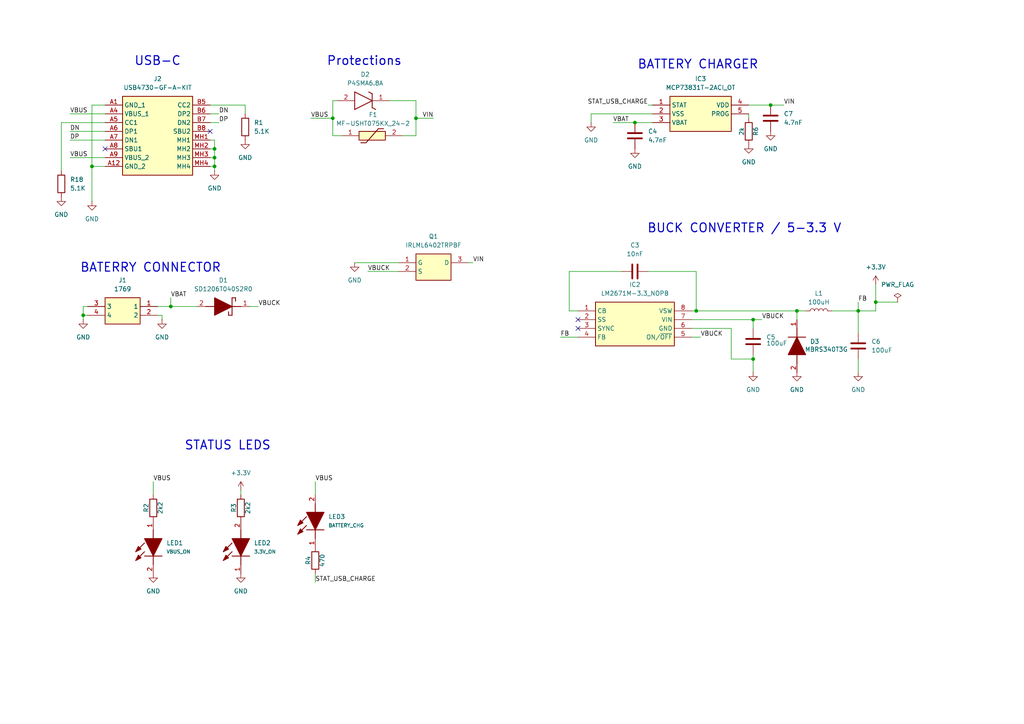
<source format=kicad_sch>
(kicad_sch (version 20250114) (generator "eeschema") (generator_version "9.0")
  (paper "A4")
  (lib_symbols
    (symbol "150060WS75000:150060WS75000" (pin_names (hide yes))
      (property "Reference" "LED" (at 12.7 8.89 0))
      (property "Value" "150060WS75000" (at 12.7 6.35 0))
      (symbol "150060WS75000_1_1"
        (polyline (pts (xy 2.54 0) (xy 5.08 0)) (stroke (width 0.254)))
        (polyline (pts (xy 5.08 2.54) (xy 5.08 -2.54)) (stroke (width 0.254)))
        (polyline (pts (xy 5.08 0) (xy 10.16 2.54) (xy 10.16 -2.54) (xy 5.08 0)) (stroke (width 0.254)) (fill (type outline)))
        (polyline (pts (xy 5.334 4.318) (xy 4.572 3.556) (xy 3.81 5.08) (xy 5.334 4.318)) (stroke (width 0.254)) (fill (type outline)))
        (polyline (pts (xy 6.35 2.54) (xy 3.81 5.08)) (stroke (width 0.254)))
        (polyline (pts (xy 7.874 4.318) (xy 7.112 3.556) (xy 6.35 5.08) (xy 7.874 4.318)) (stroke (width 0.254)) (fill (type outline)))
        (polyline (pts (xy 8.89 2.54) (xy 6.35 5.08)) (stroke (width 0.254)))
        (polyline (pts (xy 10.16 0) (xy 12.7 0)) (stroke (width 0.254)))
        (pin passive line (at 0 0 0) (length 2.54) (name "K") (number "2"))
        (pin passive line (at 15.24 0 180) (length 2.54) (name "A") (number "1"))
      )
    )
    (symbol "1769:1769"
      (property "Reference" "J" (at 16.51 7.62 0))
      (property "Value" "1769" (at 16.51 5.08 0))
      (symbol "1769_1_1"
        (rectangle (start 5.08 2.54) (end 15.24 -5.08) (stroke (width 0.254)) (fill (type background)))
        (pin passive line (at 0 0 0) (length 5.08) (name "3") (number "3"))
        (pin passive line (at 0 -2.54 0) (length 5.08) (name "4") (number "4"))
        (pin passive line (at 20.32 0 180) (length 5.08) (name "1") (number "1"))
        (pin passive line (at 20.32 -2.54 180) (length 5.08) (name "2") (number "2"))
      )
    )
    (symbol "598-8D81-127F:598-8D81-127F" (pin_names (hide yes))
      (property "Reference" "LED" (at 12.7 8.89 0))
      (property "Value" "598-8D81-127F" (at 12.7 6.35 0))
      (symbol "598-8D81-127F_1_1"
        (polyline (pts (xy 2.54 0) (xy 5.08 0)) (stroke (width 0.254)))
        (polyline (pts (xy 5.08 2.54) (xy 5.08 -2.54)) (stroke (width 0.254)))
        (polyline (pts (xy 5.08 0) (xy 10.16 2.54) (xy 10.16 -2.54) (xy 5.08 0)) (stroke (width 0.254)) (fill (type outline)))
        (polyline (pts (xy 5.334 4.318) (xy 4.572 3.556) (xy 3.81 5.08) (xy 5.334 4.318)) (stroke (width 0.254)) (fill (type outline)))
        (polyline (pts (xy 6.35 2.54) (xy 3.81 5.08)) (stroke (width 0.254)))
        (polyline (pts (xy 7.874 4.318) (xy 7.112 3.556) (xy 6.35 5.08) (xy 7.874 4.318)) (stroke (width 0.254)) (fill (type outline)))
        (polyline (pts (xy 8.89 2.54) (xy 6.35 5.08)) (stroke (width 0.254)))
        (polyline (pts (xy 10.16 0) (xy 12.7 0)) (stroke (width 0.254)))
        (pin passive line (at 0 0 0) (length 2.54) (name "K") (number "1"))
        (pin passive line (at 15.24 0 180) (length 2.54) (name "A") (number "2"))
      )
    )
    (symbol "Device:C" (pin_numbers (hide yes)) (pin_names (offset 0.254))
      (property "Reference" "C" (at 0.635 2.54 0))
      (property "Value" "C" (at 0.635 -2.54 0))
      (symbol "C_0_1"
        (polyline (pts (xy -2.032 0.762) (xy 2.032 0.762)) (stroke (width 0.508)))
        (polyline (pts (xy -2.032 -0.762) (xy 2.032 -0.762)) (stroke (width 0.508)))
      )
      (symbol "C_1_1"
        (pin passive line (at 0 3.81 270) (length 2.794) (name "~") (number "1"))
        (pin passive line (at 0 -3.81 90) (length 2.794) (name "~") (number "2"))
      )
    )
    (symbol "Device:L" (pin_numbers (hide yes)) (pin_names (offset 1.016) (hide yes))
      (property "Reference" "L" (at -1.27 0 90))
      (property "Value" "L" (at 1.905 0 90))
      (symbol "L_0_1"
        (arc (start 0 2.54) (mid 0.6323 1.905) (end 0 1.27))
        (arc (start 0 1.27) (mid 0.6323 0.635) (end 0 0))
        (arc (start 0 0) (mid 0.6323 -0.635) (end 0 -1.27))
        (arc (start 0 -1.27) (mid 0.6323 -1.905) (end 0 -2.54))
      )
      (symbol "L_1_1"
        (pin passive line (at 0 3.81 270) (length 1.27) (name "1") (number "1"))
        (pin passive line (at 0 -3.81 90) (length 1.27) (name "2") (number "2"))
      )
    )
    (symbol "Device:R" (pin_numbers (hide yes)) (pin_names (offset 0))
      (property "Reference" "R" (at 2.032 0 90))
      (property "Value" "R" (at 0 0 90))
      (symbol "R_0_1"
        (rectangle (start -1.016 -2.54) (end 1.016 2.54) (stroke (width 0.254)))
      )
      (symbol "R_1_1"
        (pin passive line (at 0 3.81 270) (length 1.27) (name "~") (number "1"))
        (pin passive line (at 0 -3.81 90) (length 1.27) (name "~") (number "2"))
      )
    )
    (symbol "IRLML6402TRPBF:IRLML6402TRPBF"
      (property "Reference" "Q" (at 16.51 7.62 0))
      (property "Value" "IRLML6402TRPBF" (at 16.51 5.08 0))
      (symbol "IRLML6402TRPBF_1_1"
        (rectangle (start 5.08 2.54) (end 15.24 -5.08) (stroke (width 0.254)) (fill (type background)))
        (pin passive line (at 0 0 0) (length 5.08) (name "G") (number "1"))
        (pin passive line (at 0 -2.54 0) (length 5.08) (name "S") (number "2"))
        (pin passive line (at 20.32 0 180) (length 5.08) (name "D") (number "3"))
      )
    )
    (symbol "LM2671M-3_3_NOPB:LM2671M-3.3_NOPB"
      (property "Reference" "IC" (at 29.21 7.62 0))
      (property "Value" "LM2671M-3.3_NOPB" (at 29.21 5.08 0))
      (symbol "LM2671M-3.3_NOPB_1_1"
        (rectangle (start 5.08 2.54) (end 27.94 -10.16) (stroke (width 0.254)) (fill (type background)))
        (pin passive line (at 0 0 0) (length 5.08) (name "CB") (number "1"))
        (pin passive line (at 0 -2.54 0) (length 5.08) (name "SS") (number "2"))
        (pin passive line (at 0 -5.08 0) (length 5.08) (name "SYNC") (number "3"))
        (pin passive line (at 0 -7.62 0) (length 5.08) (name "FB") (number "4"))
        (pin passive line (at 33.02 0 180) (length 5.08) (name "VSW") (number "8"))
        (pin passive line (at 33.02 -2.54 180) (length 5.08) (name "VIN") (number "7"))
        (pin passive line (at 33.02 -5.08 180) (length 5.08) (name "GND") (number "6"))
        (pin passive line (at 33.02 -7.62 180) (length 5.08) (name "ON/~{OFF}") (number "5"))
      )
    )
    (symbol "MBRS340T3G:MBRS340T3G" (pin_names (hide yes))
      (property "Reference" "D" (at 11.43 5.08 0))
      (property "Value" "MBRS340T3G" (at 11.43 2.54 0))
      (symbol "MBRS340T3G_1_1"
        (polyline (pts (xy 2.54 0) (xy 5.08 0)) (stroke (width 0.254)))
        (polyline (pts (xy 5.08 2.54) (xy 5.08 -2.54)) (stroke (width 0.254)))
        (polyline (pts (xy 5.08 0) (xy 10.16 2.54) (xy 10.16 -2.54) (xy 5.08 0)) (stroke (width 0.254)) (fill (type outline)))
        (polyline (pts (xy 10.16 0) (xy 12.7 0)) (stroke (width 0.254)))
        (pin passive line (at 0 0 0) (length 2.54) (name "K") (number "1"))
        (pin passive line (at 15.24 0 180) (length 2.54) (name "A") (number "2"))
      )
    )
    (symbol "MCP73831T-2ACI_OT:MCP73831T-2ACI_OT"
      (property "Reference" "IC" (at 24.13 7.62 0))
      (property "Value" "MCP73831T-2ACI_OT" (at 24.13 5.08 0))
      (symbol "MCP73831T-2ACI_OT_1_1"
        (rectangle (start 5.08 2.54) (end 22.86 -7.62) (stroke (width 0.254)) (fill (type background)))
        (pin passive line (at 0 0 0) (length 5.08) (name "STAT") (number "1"))
        (pin passive line (at 0 -2.54 0) (length 5.08) (name "VSS") (number "2"))
        (pin passive line (at 0 -5.08 0) (length 5.08) (name "VBAT") (number "3"))
        (pin passive line (at 27.94 0 180) (length 5.08) (name "VDD") (number "4"))
        (pin passive line (at 27.94 -2.54 180) (length 5.08) (name "PROG") (number "5"))
      )
    )
    (symbol "MF-USHT075KX_24-2:MF-USHT075KX_24-2" (pin_names (hide yes))
      (property "Reference" "F" (at 13.97 6.35 0))
      (property "Value" "MF-USHT075KX_24-2" (at 13.97 3.81 0))
      (symbol "MF-USHT075KX_24-2_1_1"
        (rectangle (start 5.08 1.27) (end 12.7 -1.27) (stroke (width 0.254)) (fill (type background)))
        (polyline (pts (xy 5.588 -2.032) (xy 7.112 -2.032)) (stroke (width 0.254)))
        (polyline (pts (xy 10.668 2.032) (xy 7.112 -2.032)) (stroke (width 0.254)))
        (polyline (pts (xy 10.668 2.032) (xy 12.192 2.032)) (stroke (width 0.254)))
        (pin passive line (at 0 0 0) (length 5.08) (name "1") (number "1"))
        (pin passive line (at 17.78 0 180) (length 5.08) (name "2") (number "2"))
      )
    )
    (symbol "P4SMA6_8A:P4SMA6.8A" (pin_names (hide yes))
      (property "Reference" "D" (at 10.16 8.89 0))
      (property "Value" "P4SMA6.8A" (at 10.16 6.35 0))
      (symbol "P4SMA6.8A_1_1"
        (polyline (pts (xy 4.064 2.54) (xy 5.08 2.032)) (stroke (width 0.254)))
        (polyline (pts (xy 5.08 0) (xy 10.16 2.54)) (stroke (width 0.254)))
        (polyline (pts (xy 5.08 -2.032) (xy 5.08 2.032)) (stroke (width 0.254)))
        (polyline (pts (xy 5.08 -2.032) (xy 6.096 -2.54)) (stroke (width 0.254)))
        (polyline (pts (xy 10.16 -2.54) (xy 5.08 0)) (stroke (width 0.254)))
        (polyline (pts (xy 10.16 -2.54) (xy 10.16 2.54)) (stroke (width 0.254)))
        (pin passive line (at 0 0 0) (length 5.08) (name "K") (number "1"))
        (pin passive line (at 15.24 0 180) (length 5.08) (name "A") (number "2"))
      )
    )
    (symbol "SD1206T040S2R0:SD1206T040S2R0" (pin_names (hide yes))
      (property "Reference" "D" (at 12.7 8.89 0))
      (property "Value" "SD1206T040S2R0" (at 12.7 6.35 0))
      (symbol "SD1206T040S2R0_1_1"
        (polyline (pts (xy 5.08 0) (xy 7.62 0)) (stroke (width 0.254)))
        (polyline (pts (xy 6.604 -1.524) (xy 6.604 -2.54)) (stroke (width 0.254)))
        (polyline (pts (xy 7.62 2.54) (xy 7.62 -2.54)) (stroke (width 0.254)))
        (polyline (pts (xy 7.62 2.54) (xy 8.636 2.54)) (stroke (width 0.254)))
        (polyline (pts (xy 7.62 0) (xy 12.7 2.54) (xy 12.7 -2.54) (xy 7.62 0)) (stroke (width 0.254)) (fill (type outline)))
        (polyline (pts (xy 7.62 -2.54) (xy 6.604 -2.54)) (stroke (width 0.254)))
        (polyline (pts (xy 8.636 1.524) (xy 8.636 2.54)) (stroke (width 0.254)))
        (polyline (pts (xy 12.7 0) (xy 15.24 0)) (stroke (width 0.254)))
        (pin passive line (at 2.54 0 0) (length 2.54) (name "K") (number "1"))
        (pin passive line (at 17.78 0 180) (length 2.54) (name "A") (number "2"))
      )
    )
    (symbol "USB4730-GF-A-KIT:USB4730-GF-A-KIT"
      (property "Reference" "J" (at 26.67 7.62 0))
      (property "Value" "USB4730-GF-A-KIT" (at 26.67 5.08 0))
      (symbol "USB4730-GF-A-KIT_1_1"
        (rectangle (start 5.08 2.54) (end 25.4 -20.32) (stroke (width 0.254)) (fill (type background)))
        (pin passive line (at 0 0 0) (length 5.08) (name "GND_1") (number "A1"))
        (pin passive line (at 0 -2.54 0) (length 5.08) (name "VBUS_1") (number "A4"))
        (pin passive line (at 0 -5.08 0) (length 5.08) (name "CC1") (number "A5"))
        (pin passive line (at 0 -7.62 0) (length 5.08) (name "DP1") (number "A6"))
        (pin passive line (at 0 -10.16 0) (length 5.08) (name "DN1") (number "A7"))
        (pin passive line (at 0 -12.7 0) (length 5.08) (name "SBU1") (number "A8"))
        (pin passive line (at 0 -15.24 0) (length 5.08) (name "VBUS_2") (number "A9"))
        (pin passive line (at 0 -17.78 0) (length 5.08) (name "GND_2") (number "A12"))
        (pin passive line (at 30.48 0 180) (length 5.08) (name "CC2") (number "B5"))
        (pin passive line (at 30.48 -2.54 180) (length 5.08) (name "DP2") (number "B6"))
        (pin passive line (at 30.48 -5.08 180) (length 5.08) (name "DN2") (number "B7"))
        (pin passive line (at 30.48 -7.62 180) (length 5.08) (name "SBU2") (number "B8"))
        (pin passive line (at 30.48 -10.16 180) (length 5.08) (name "MH1") (number "MH1"))
        (pin passive line (at 30.48 -12.7 180) (length 5.08) (name "MH2") (number "MH2"))
        (pin passive line (at 30.48 -15.24 180) (length 5.08) (name "MH3") (number "MH3"))
        (pin passive line (at 30.48 -17.78 180) (length 5.08) (name "MH4") (number "MH4"))
      )
    )
    (symbol "power:+3.3V" (power) (pin_numbers (hide yes)) (pin_names (offset 0) (hide yes))
      (property "Value" "+3.3V" (at 0 3.556 0))
      (symbol "+3.3V_0_1"
        (polyline (pts (xy -0.762 1.27) (xy 0 2.54)))
        (polyline (pts (xy 0 2.54) (xy 0.762 1.27)))
        (polyline (pts (xy 0 0) (xy 0 2.54)))
      )
      (symbol "+3.3V_1_1"
        (pin power_in line (at 0 0 90) (length 0) (name "~") (number "1"))
      )
    )
    (symbol "power:GND" (power) (pin_numbers (hide yes)) (pin_names (offset 0) (hide yes))
      (property "Value" "GND" (at 0 -3.81 0))
      (symbol "GND_0_1"
        (polyline (pts (xy 0 0) (xy 0 -1.27) (xy 1.27 -1.27) (xy 0 -2.54) (xy -1.27 -1.27) (xy 0 -1.27)))
      )
      (symbol "GND_1_1"
        (pin power_in line (at 0 0 270) (length 0) (name "~") (number "1"))
      )
    )
    (symbol "power:PWR_FLAG" (power) (pin_numbers (hide yes)) (pin_names (offset 0) (hide yes))
      (property "Value" "PWR_FLAG" (at 0 3.81 0))
      (symbol "PWR_FLAG_0_0"
        (pin power_out line (at 0 0 90) (length 0) (name "~") (number "1"))
      )
      (symbol "PWR_FLAG_0_1"
        (polyline (pts (xy 0 0) (xy 0 1.27) (xy -1.016 1.905) (xy 0 2.54) (xy 1.016 1.905) (xy 0 1.27)))
      )
    )
  )
  (text "BATERRY CONNECTOR\n" (exclude_from_sim yes) (at 43.688 77.724 0) (effects (font (size 2.54 2.54) (thickness 0.3175))))
  (text "BUCK CONVERTER / 5-3.3 V" (exclude_from_sim yes) (at 215.9 66.294 0) (effects (font (size 2.54 2.54) (thickness 0.3175))))
  (text "BATTERY CHARGER\n" (exclude_from_sim yes) (at 202.438 18.796 0) (effects (font (size 2.54 2.54) (thickness 0.3175))))
  (text "STATUS LEDS\n" (exclude_from_sim yes) (at 66.04 129.286 0) (effects (font (size 2.54 2.54) (thickness 0.3175))))
  (text "Protections" (exclude_from_sim yes) (at 105.664 17.78 0) (effects (font (size 2.54 2.54) (thickness 0.3175))))
  (text "USB-C" (exclude_from_sim yes) (at 45.72 17.78 0) (effects (font (size 2.54 2.54) (thickness 0.3175))))
  (junction (at 231.14 90.17))
  (junction (at 49.53 88.9))
  (junction (at 223.52 30.48))
  (junction (at 254 87.63))
  (junction (at 201.93 90.17))
  (junction (at 62.23 43.18))
  (junction (at 96.52 34.29))
  (junction (at 218.44 104.14))
  (junction (at 120.65 34.29))
  (junction (at 218.44 92.71))
  (junction (at 24.13 91.44))
  (junction (at 62.23 48.26))
  (junction (at 26.67 48.26))
  (junction (at 248.92 90.17))
  (junction (at 62.23 45.72))
  (junction (at 184.15 35.56))
  (no_connect (at 30.48 43.18))
  (no_connect (at 167.64 92.71))
  (no_connect (at 167.64 95.25))
  (no_connect (at 60.96 38.1))
  (wire (pts (xy 60.96 48.26) (xy 62.23 48.26)))
  (wire (pts (xy 165.1 90.17) (xy 165.1 78.74)))
  (wire (pts (xy 120.65 29.21) (xy 120.65 34.29)))
  (wire (pts (xy 113.03 29.21) (xy 120.65 29.21)))
  (wire (pts (xy 120.65 34.29) (xy 120.65 39.37)))
  (wire (pts (xy 49.53 88.9) (xy 45.72 88.9)))
  (wire (pts (xy 62.23 43.18) (xy 62.23 40.64)))
  (wire (pts (xy 62.23 49.53) (xy 62.23 48.26)))
  (wire (pts (xy 184.15 35.56) (xy 189.23 35.56)))
  (wire (pts (xy 135.89 76.2) (xy 137.16 76.2)))
  (wire (pts (xy 102.87 76.2) (xy 115.57 76.2)))
  (wire (pts (xy 17.78 49.53) (xy 17.78 35.56)))
  (wire (pts (xy 200.66 90.17) (xy 201.93 90.17)))
  (wire (pts (xy 60.96 43.18) (xy 62.23 43.18)))
  (wire (pts (xy 96.52 34.29) (xy 96.52 29.21)))
  (wire (pts (xy 25.4 88.9) (xy 24.13 88.9)))
  (wire (pts (xy 62.23 45.72) (xy 62.23 43.18)))
  (wire (pts (xy 254 87.63) (xy 254 90.17)))
  (wire (pts (xy 167.64 90.17) (xy 165.1 90.17)))
  (wire (pts (xy 187.96 78.74) (xy 201.93 78.74)))
  (wire (pts (xy 71.12 30.48) (xy 71.12 33.02)))
  (wire (pts (xy 218.44 104.14) (xy 218.44 107.95)))
  (wire (pts (xy 187.96 30.48) (xy 189.23 30.48)))
  (wire (pts (xy 189.23 33.02) (xy 171.45 33.02)))
  (wire (pts (xy 17.78 35.56) (xy 30.48 35.56)))
  (wire (pts (xy 220.98 92.71) (xy 218.44 92.71)))
  (wire (pts (xy 62.23 40.64) (xy 60.96 40.64)))
  (wire (pts (xy 49.53 86.36) (xy 49.53 88.9)))
  (wire (pts (xy 46.99 92.71) (xy 46.99 91.44)))
  (wire (pts (xy 254 87.63) (xy 260.35 87.63)))
  (wire (pts (xy 60.96 30.48) (xy 71.12 30.48)))
  (wire (pts (xy 62.23 48.26) (xy 62.23 45.72)))
  (wire (pts (xy 212.09 95.25) (xy 200.66 95.25)))
  (wire (pts (xy 91.44 168.91) (xy 91.44 166.37)))
  (wire (pts (xy 165.1 78.74) (xy 180.34 78.74)))
  (wire (pts (xy 60.96 45.72) (xy 62.23 45.72)))
  (wire (pts (xy 248.92 90.17) (xy 248.92 96.52)))
  (wire (pts (xy 30.48 30.48) (xy 26.67 30.48)))
  (wire (pts (xy 26.67 30.48) (xy 26.67 48.26)))
  (wire (pts (xy 20.32 45.72) (xy 30.48 45.72)))
  (wire (pts (xy 63.5 33.02) (xy 60.96 33.02)))
  (wire (pts (xy 44.45 139.7) (xy 44.45 143.51)))
  (wire (pts (xy 177.8 35.56) (xy 184.15 35.56)))
  (wire (pts (xy 171.45 33.02) (xy 171.45 35.56)))
  (wire (pts (xy 24.13 88.9) (xy 24.13 91.44)))
  (wire (pts (xy 201.93 90.17) (xy 231.14 90.17)))
  (wire (pts (xy 201.93 78.74) (xy 201.93 90.17)))
  (wire (pts (xy 162.56 97.79) (xy 167.64 97.79)))
  (wire (pts (xy 57.15 88.9) (xy 49.53 88.9)))
  (wire (pts (xy 90.17 34.29) (xy 96.52 34.29)))
  (wire (pts (xy 254 82.55) (xy 254 87.63)))
  (wire (pts (xy 200.66 92.71) (xy 218.44 92.71)))
  (wire (pts (xy 96.52 29.21) (xy 97.79 29.21)))
  (wire (pts (xy 20.32 33.02) (xy 30.48 33.02)))
  (wire (pts (xy 69.85 142.24) (xy 69.85 143.51)))
  (wire (pts (xy 106.68 78.74) (xy 115.57 78.74)))
  (wire (pts (xy 63.5 35.56) (xy 60.96 35.56)))
  (wire (pts (xy 26.67 48.26) (xy 30.48 48.26)))
  (wire (pts (xy 96.52 39.37) (xy 99.06 39.37)))
  (wire (pts (xy 212.09 95.25) (xy 212.09 104.14)))
  (wire (pts (xy 24.13 91.44) (xy 25.4 91.44)))
  (wire (pts (xy 200.66 97.79) (xy 203.2 97.79)))
  (wire (pts (xy 218.44 102.87) (xy 218.44 104.14)))
  (wire (pts (xy 241.3 90.17) (xy 248.92 90.17)))
  (wire (pts (xy 218.44 104.14) (xy 212.09 104.14)))
  (wire (pts (xy 227.33 30.48) (xy 223.52 30.48)))
  (wire (pts (xy 24.13 91.44) (xy 24.13 92.71)))
  (wire (pts (xy 218.44 95.25) (xy 218.44 92.71)))
  (wire (pts (xy 91.44 139.7) (xy 91.44 143.51)))
  (wire (pts (xy 125.73 34.29) (xy 120.65 34.29)))
  (wire (pts (xy 20.32 38.1) (xy 30.48 38.1)))
  (wire (pts (xy 248.92 90.17) (xy 254 90.17)))
  (wire (pts (xy 231.14 90.17) (xy 233.68 90.17)))
  (wire (pts (xy 217.17 34.29) (xy 217.17 33.02)))
  (wire (pts (xy 248.92 87.63) (xy 248.92 90.17)))
  (wire (pts (xy 20.32 40.64) (xy 30.48 40.64)))
  (wire (pts (xy 217.17 30.48) (xy 223.52 30.48)))
  (wire (pts (xy 96.52 34.29) (xy 96.52 39.37)))
  (wire (pts (xy 26.67 58.42) (xy 26.67 48.26)))
  (wire (pts (xy 248.92 104.14) (xy 248.92 107.95)))
  (wire (pts (xy 231.14 90.17) (xy 231.14 92.71)))
  (wire (pts (xy 46.99 91.44) (xy 45.72 91.44)))
  (wire (pts (xy 74.93 88.9) (xy 72.39 88.9)))
  (wire (pts (xy 116.84 39.37) (xy 120.65 39.37)))
  (label "VBAT" (at 177.8 35.56 0))
  (label "VBUS" (at 91.44 139.7 0))
  (label "VBUCK" (at 106.68 78.74 0))
  (label "VBUS" (at 20.32 33.02 0))
  (label "STAT_USB_CHARGE" (at 187.96 30.48 180))
  (label "FB" (at 248.92 87.63 0))
  (label "STAT_USB_CHARGE" (at 91.44 168.91 0))
  (label "VIN" (at 137.16 76.2 0))
  (label "VBUS" (at 90.17 34.29 0))
  (label "VBUS" (at 44.45 139.7 0))
  (label "VBUCK" (at 220.98 92.71 0))
  (label "DN" (at 20.32 38.1 0))
  (label "VIN" (at 227.33 30.48 0))
  (label "DP" (at 20.32 40.64 0))
  (label "FB" (at 162.56 97.79 0))
  (label "VBUCK" (at 74.93 88.9 0))
  (label "VBUS" (at 20.32 45.72 0))
  (label "DP" (at 63.5 35.56 0))
  (label "VBAT" (at 49.53 86.36 0))
  (label "DN" (at 63.5 33.02 0))
  (label "VBUCK" (at 203.2 97.79 0))
  (label "VIN" (at 125.73 34.29 180))
  (symbol (lib_id "power:GND") (at 218.44 107.95 0) (unit 1)
    (property "Reference" "#PWR023" (effects (hide yes)))
    (property "Value" "GND" (at 218.44 113.03 0))
    (property "Description" "Power symbol creates a global label with name \"GND\" , ground" (effects (hide yes)))
  )
  (symbol (lib_id "power:+3.3V") (at 254 82.55 0) (unit 1)
    (property "Reference" "#PWR030" (effects (hide yes)))
    (property "Value" "+3.3V" (at 254 77.47 0))
    (property "Description" "Power symbol creates a global label with name \"+3.3V\"" (effects (hide yes)))
  )
  (symbol (lib_id "150060WS75000:150060WS75000") (at 44.45 166.37 90) (unit 1)
    (property "Reference" "LED1" (at 48.26 157.4799 90) (effects (justify right)))
    (property "Value" "VBUS_ON" (at 48.26 160.0199 90) (effects (font (size 1.016 1.016)) (justify right)))
    (property "Footprint" "150060WS75000:150060WS75000" (effects (hide yes)))
    (property "Datasheet" "https://www.we-online.com/components/products/datasheet/150060WS75000.pdf" (effects (hide yes)))
    (property "Description" "Standard LEDs - SMD WL-SMCW SMD Mono-color Chip LED Waterclear SMT 0603 White 250mcd 5mA 2.9V" (effects (hide yes)))
    (property "Height" "0.5" (effects (hide yes)))
    (property "Mouser Part Number" "710-150060WS75000" (effects (hide yes)))
    (property "Mouser Price/Stock" "https://www.mouser.co.uk/ProductDetail/Wurth-Elektronik/150060WS75000?qs=Vi0JKjFBtYnXocxArY0Wng%3D%3D" (effects (hide yes)))
    (property "Manufacturer_Name" "Wurth Elektronik" (effects (hide yes)))
    (property "Manufacturer_Part_Number" "150060WS75000" (effects (hide yes)))
  )
  (symbol (lib_id "power:GND") (at 223.52 38.1 0) (unit 1)
    (property "Reference" "#PWR029" (effects (hide yes)))
    (property "Value" "GND" (at 223.52 43.18 0))
    (property "Description" "Power symbol creates a global label with name \"GND\" , ground" (effects (hide yes)))
  )
  (symbol (lib_id "Device:C") (at 248.92 100.33 0) (unit 1)
    (property "Reference" "C6" (at 252.73 99.0599 0) (effects (justify left)))
    (property "Value" "100uF" (at 252.73 101.5999 0) (effects (justify left)))
    (property "Footprint" "C3216C0G2J102G085AA:CAPC3216X180N" (effects (hide yes)))
    (property "Description" "Unpolarized capacitor" (effects (hide yes)))
  )
  (symbol (lib_id "power:PWR_FLAG") (at 260.35 87.63 0) (unit 1)
    (property "Reference" "#FLG01" (effects (hide yes)))
    (property "Value" "PWR_FLAG" (at 260.35 82.55 0))
    (property "Description" "Special symbol for telling ERC where power comes from" (effects (hide yes)))
  )
  (symbol (lib_id "power:GND") (at 184.15 43.18 0) (unit 1)
    (property "Reference" "#PWR022" (effects (hide yes)))
    (property "Value" "GND" (at 184.15 48.26 0))
    (property "Description" "Power symbol creates a global label with name \"GND\" , ground" (effects (hide yes)))
  )
  (symbol (lib_id "power:GND") (at 71.12 40.64 0) (unit 1)
    (property "Reference" "#PWR09" (effects (hide yes)))
    (property "Value" "GND" (at 71.12 45.72 0))
    (property "Description" "Power symbol creates a global label with name \"GND\" , ground" (effects (hide yes)))
  )
  (symbol (lib_id "power:GND") (at 102.87 76.2 0) (unit 1)
    (property "Reference" "#PWR012" (effects (hide yes)))
    (property "Value" "GND" (at 102.87 81.28 0))
    (property "Description" "Power symbol creates a global label with name \"GND\" , ground" (effects (hide yes)))
  )
  (symbol (lib_id "Device:C") (at 184.15 39.37 0) (unit 1)
    (property "Reference" "C4" (at 187.96 38.0999 0) (effects (justify left)))
    (property "Value" "4.7nF" (at 187.96 40.6399 0) (effects (justify left)))
    (property "Footprint" "C3216C0G2J102G085AA:CAPC3216X180N" (effects (hide yes)))
    (property "Description" "Unpolarized capacitor" (effects (hide yes)))
  )
  (symbol (lib_id "power:GND") (at 46.99 92.71 0) (unit 1)
    (property "Reference" "#PWR08" (effects (hide yes)))
    (property "Value" "GND" (at 46.99 97.79 0))
    (property "Description" "Power symbol creates a global label with name \"GND\" , ground" (effects (hide yes)))
  )
  (symbol (lib_id "power:GND") (at 69.85 166.37 0) (unit 1)
    (property "Reference" "#PWR014" (effects (hide yes)))
    (property "Value" "GND" (at 69.85 171.45 0))
    (property "Description" "Power symbol creates a global label with name \"GND\" , ground" (effects (hide yes)))
  )
  (symbol (lib_id "Device:R") (at 91.44 162.56 180) (unit 1)
    (property "Reference" "R4" (at 89.408 162.56 90))
    (property "Value" "470" (at 93.472 162.56 90))
    (property "Footprint" "CRCW120625R5FKEAHP:RESC3116X65N" (effects (hide yes)))
    (property "Description" "Resistor" (effects (hide yes)))
  )
  (symbol (lib_id "IRLML6402TRPBF:IRLML6402TRPBF") (at 115.57 76.2 0) (unit 1)
    (property "Reference" "Q1" (at 125.73 68.58 0))
    (property "Value" "IRLML6402TRPBF" (at 125.73 71.12 0))
    (property "Footprint" "IRLML6402TRPBF:SOT95P237X112-3N" (effects (hide yes)))
    (property "Datasheet" "http://www.infineon.com/dgdl/irlml6402pbf.pdf?fileId=5546d462533600a401535668d5c2263c" (effects (hide yes)))
    (property "Description" "MOSFET MOSFT P-Ch -3.7A 65mOhm 8nC Log Lvl" (effects (hide yes)))
    (property "Height" "1.12" (effects (hide yes)))
    (property "Mouser Part Number" "942-IRLML6402TRPBF" (effects (hide yes)))
    (property "Mouser Price/Stock" "https://www.mouser.co.uk/ProductDetail/Infineon-Technologies/IRLML6402TRPBF?qs=9%252BKlkBgLFf0HuZuONx2Ewg%3D%3D" (effects (hide yes)))
    (property "Manufacturer_Name" "Infineon" (effects (hide yes)))
    (property "Manufacturer_Part_Number" "IRLML6402TRPBF" (effects (hide yes)))
  )
  (symbol (lib_id "Device:R") (at 71.12 36.83 0) (unit 1)
    (property "Reference" "R1" (at 73.66 35.5599 0) (effects (justify left)))
    (property "Value" "5.1K" (at 73.66 38.0999 0) (effects (justify left)))
    (property "Footprint" "CRCW120625R5FKEAHP:RESC3116X65N" (effects (hide yes)))
    (property "Description" "Resistor" (effects (hide yes)))
  )
  (symbol (lib_id "Device:R") (at 17.78 53.34 0) (unit 1)
    (property "Reference" "R18" (at 20.32 52.0699 0) (effects (justify left)))
    (property "Value" "5.1K" (at 20.32 54.6099 0) (effects (justify left)))
    (property "Footprint" "CRCW120625R5FKEAHP:RESC3116X65N" (effects (hide yes)))
    (property "Description" "Resistor" (effects (hide yes)))
  )
  (symbol (lib_id "power:GND") (at 44.45 166.37 0) (unit 1)
    (property "Reference" "#PWR011" (effects (hide yes)))
    (property "Value" "GND" (at 44.45 171.45 0))
    (property "Description" "Power symbol creates a global label with name \"GND\" , ground" (effects (hide yes)))
  )
  (symbol (lib_id "power:GND") (at 248.92 107.95 0) (unit 1)
    (property "Reference" "#PWR027" (effects (hide yes)))
    (property "Value" "GND" (at 248.92 113.03 0))
    (property "Description" "Power symbol creates a global label with name \"GND\" , ground" (effects (hide yes)))
  )
  (symbol (lib_id "1769:1769") (at 25.4 88.9 0) (unit 1)
    (property "Reference" "J1" (at 35.56 81.28 0))
    (property "Value" "1769" (at 35.56 83.82 0))
    (property "Footprint" "1769:1769" (effects (hide yes)))
    (property "Datasheet" "https://cdn-shop.adafruit.com/datasheets/17311.pdf" (effects (hide yes)))
    (property "Description" "Adafruit Accessories JST-PH 2-pin SMT Right Angle Connect" (effects (hide yes)))
    (property "Height" "5.5" (effects (hide yes)))
    (property "Mouser Part Number" "485-1769" (effects (hide yes)))
    (property "Mouser Price/Stock" "https://www.mouser.co.uk/ProductDetail/Adafruit/1769?qs=GURawfaeGuBbgoGtf2XstA%3D%3D" (effects (hide yes)))
    (property "Manufacturer_Name" "Adafruit" (effects (hide yes)))
    (property "Manufacturer_Part_Number" "1769" (effects (hide yes)))
  )
  (symbol (lib_id "P4SMA6_8A:P4SMA6.8A") (at 113.03 29.21 180) (unit 1)
    (property "Reference" "D2" (at 105.918 21.59 0))
    (property "Value" "P4SMA6.8A" (at 105.918 24.13 0))
    (property "Footprint" "P4SMA6.8A:DIOM5026X229N" (effects (hide yes)))
    (property "Datasheet" "https://www.mouser.ca/datasheet/2/240/Littelfuse_TVS_Diode_P4SMA_Datasheet.pdf-540735.pdf" (effects (hide yes)))
    (property "Description" "Littelfuse P4SMA6.8A, Uni-Directional TVS Diode, 400W, 2-Pin DO-214AC" (effects (hide yes)))
    (property "Height" "2.29" (effects (hide yes)))
    (property "Mouser Part Number" "576-P4SMA6.8A" (effects (hide yes)))
    (property "Mouser Price/Stock" "https://www.mouser.co.uk/ProductDetail/Littelfuse/P4SMA6.8A?qs=2VFNtWizgifbm5TiITbiSg%3D%3D" (effects (hide yes)))
    (property "Manufacturer_Name" "LITTELFUSE" (effects (hide yes)))
    (property "Manufacturer_Part_Number" "P4SMA6.8A" (effects (hide yes)))
  )
  (symbol (lib_id "MF-USHT075KX_24-2:MF-USHT075KX_24-2") (at 99.06 39.37 0) (unit 1)
    (property "Reference" "F1" (at 108.204 33.274 0))
    (property "Value" "MF-USHT075KX_24-2" (at 108.204 35.814 0))
    (property "Footprint" "MF-USHT075KX_24-2:MFUSHT075KX242" (effects (hide yes)))
    (property "Datasheet" "https://www.bourns.com/docs/product-datasheets/mf-usht.pdf" (effects (hide yes)))
    (property "Description" "Polymeric PTC Resettable Fuse 24V 750 mA Ih Surface Mount 1210 (3225 Metric), Concave" (effects (hide yes)))
    (property "Height" "1.2" (effects (hide yes)))
    (property "Mouser Part Number" "652-MF-USHT075KX/24" (effects (hide yes)))
    (property "Mouser Price/Stock" "https://www.mouser.co.uk/ProductDetail/Bourns/MF-USHT075KX-24-2?qs=7%2F6SraaimPRI7fNjckpcTw%3D%3D" (effects (hide yes)))
    (property "Manufacturer_Name" "Bourns" (effects (hide yes)))
    (property "Manufacturer_Part_Number" "MF-USHT075KX/24-2" (effects (hide yes)))
  )
  (symbol (lib_id "power:GND") (at 217.17 41.91 0) (unit 1)
    (property "Reference" "#PWR026" (effects (hide yes)))
    (property "Value" "GND" (at 217.17 46.99 0))
    (property "Description" "Power symbol creates a global label with name \"GND\" , ground" (effects (hide yes)))
  )
  (symbol (lib_id "power:GND") (at 62.23 49.53 0) (unit 1)
    (property "Reference" "#PWR065" (effects (hide yes)))
    (property "Value" "GND" (at 62.23 54.61 0))
    (property "Description" "Power symbol creates a global label with name \"GND\" , ground" (effects (hide yes)))
  )
  (symbol (lib_id "Device:C") (at 184.15 78.74 90) (unit 1)
    (property "Reference" "C3" (at 184.15 71.12 90))
    (property "Value" "10nF" (at 184.15 73.66 90))
    (property "Footprint" "C3216C0G2J102G085AA:CAPC3216X180N" (effects (hide yes)))
    (property "Description" "Unpolarized capacitor" (effects (hide yes)))
  )
  (symbol (lib_id "USB4730-GF-A-KIT:USB4730-GF-A-KIT") (at 30.48 30.48 0) (unit 1)
    (property "Reference" "J2" (at 45.72 22.86 0))
    (property "Value" "USB4730-GF-A-KIT" (at 45.72 25.4 0))
    (property "Footprint" "USB4730-GF-A-KIT:USB4730GFAKIT" (effects (hide yes)))
    (property "Datasheet" "https://www.gct.co/files/drawings/USB4730.pdf" (effects (hide yes)))
    (property "Description" "USB Connectors USB2.0 TypeC Recpt. Kit, w/GASKET GF, 16P Horz T.Mt. SMT, IP67" (effects (hide yes)))
    (property "Height" "4.81" (effects (hide yes)))
    (property "Mouser Part Number" "640-USB4730GFAKIT" (effects (hide yes)))
    (property "Mouser Price/Stock" "https://www.mouser.co.uk/ProductDetail/GCT/USB4730-GF-A-KIT?qs=Z%252BL2brAPG1IoU%252BBwnQ%2FE8Q%3D%3D" (effects (hide yes)))
    (property "Manufacturer_Name" "GCT (GLOBAL CONNECTOR TECHNOLOGY)" (effects (hide yes)))
    (property "Manufacturer_Part_Number" "USB4730-GF-A-KIT" (effects (hide yes)))
  )
  (symbol (lib_id "power:+3.3V") (at 69.85 142.24 0) (unit 1)
    (property "Reference" "#PWR013" (effects (hide yes)))
    (property "Value" "+3.3V" (at 69.85 137.16 0))
    (property "Description" "Power symbol creates a global label with name \"+3.3V\"" (effects (hide yes)))
  )
  (symbol (lib_id "power:GND") (at 26.67 58.42 0) (unit 1)
    (property "Reference" "#PWR067" (effects (hide yes)))
    (property "Value" "GND" (at 26.67 63.5 0))
    (property "Description" "Power symbol creates a global label with name \"GND\" , ground" (effects (hide yes)))
  )
  (symbol (lib_id "Device:R") (at 44.45 147.32 180) (unit 1)
    (property "Reference" "R2" (at 42.418 147.32 90))
    (property "Value" "2k2" (at 46.482 147.32 90))
    (property "Footprint" "CRCW120625R5FKEAHP:RESC3116X65N" (effects (hide yes)))
    (property "Description" "Resistor" (effects (hide yes)))
  )
  (symbol (lib_id "power:GND") (at 231.14 107.95 0) (unit 1)
    (property "Reference" "#PWR025" (effects (hide yes)))
    (property "Value" "GND" (at 231.14 113.03 0))
    (property "Description" "Power symbol creates a global label with name \"GND\" , ground" (effects (hide yes)))
  )
  (symbol (lib_id "Device:L") (at 237.49 90.17 90) (unit 1)
    (property "Reference" "L1" (at 237.49 85.09 90))
    (property "Value" "100uH" (at 237.49 87.63 90))
    (property "Footprint" "IFDC3030EZER101M:IFDC3030EZER101M" (effects (hide yes)))
    (property "Description" "Inductor" (effects (hide yes)))
  )
  (symbol (lib_id "Device:C") (at 223.52 34.29 0) (unit 1)
    (property "Reference" "C7" (at 227.33 33.0199 0) (effects (justify left)))
    (property "Value" "4.7nF" (at 227.33 35.5599 0) (effects (justify left)))
    (property "Footprint" "C3216C0G2J102G085AA:CAPC3216X180N" (effects (hide yes)))
    (property "Description" "Unpolarized capacitor" (effects (hide yes)))
  )
  (symbol (lib_id "power:GND") (at 17.78 57.15 0) (unit 1)
    (property "Reference" "#PWR066" (effects (hide yes)))
    (property "Value" "GND" (at 17.78 62.23 0))
    (property "Description" "Power symbol creates a global label with name \"GND\" , ground" (effects (hide yes)))
  )
  (symbol (lib_id "MBRS340T3G:MBRS340T3G") (at 231.14 92.71 270) (unit 1)
    (property "Reference" "D3" (at 234.95 99.0599 90) (effects (justify left)))
    (property "Value" "MBRS340T3G" (at 233.426 101.346 90) (effects (justify left)))
    (property "Footprint" "MBRS340T3G:DIOM8059X261N" (effects (hide yes)))
    (property "Datasheet" "https://www.onsemi.com/pub/Collateral/MBRS340T3-D.PDF" (effects (hide yes)))
    (property "Description" "Case: Epoxy, Molded; Small Compact Surface Mountable Package with J-Bend Leads; Shipped in 16 mm Tape and Reel, 2500 units per reel; Excellent Ability to Withstand Reverse Avalanche Energy Transients; Rectangular Package for Automated Handling; Highly Stable Oxide Passivated Junction; Guardring for Stress Protection Mechanical Characteristics:; Weight: 217 mg (approximately); Marking: B32, B33, B34; Finish: All External Surfaces Corrosion Resistant and Terminal Leads are Readily Solderable; Polarity: Notch" (effects (hide yes)))
    (property "Height" "2.61" (effects (hide yes)))
    (property "Mouser Part Number" "863-MBRS340T3G" (effects (hide yes)))
    (property "Mouser Price/Stock" "https://www.mouser.co.uk/ProductDetail/onsemi/MBRS340T3G?qs=3JMERSakeboCr3wxBgfY3w%3D%3D" (effects (hide yes)))
    (property "Manufacturer_Name" "onsemi" (effects (hide yes)))
    (property "Manufacturer_Part_Number" "MBRS340T3G" (effects (hide yes)))
  )
  (symbol (lib_id "Device:R") (at 217.17 38.1 0) (unit 1)
    (property "Reference" "R6" (at 219.202 38.1 90))
    (property "Value" "2k" (at 215.138 38.1 90))
    (property "Footprint" "CRCW120625R5FKEAHP:RESC3116X65N" (effects (hide yes)))
    (property "Description" "Resistor" (effects (hide yes)))
  )
  (symbol (lib_id "power:GND") (at 171.45 35.56 0) (unit 1)
    (property "Reference" "#PWR017" (effects (hide yes)))
    (property "Value" "GND" (at 171.45 40.64 0))
    (property "Description" "Power symbol creates a global label with name \"GND\" , ground" (effects (hide yes)))
  )
  (symbol (lib_id "Device:R") (at 69.85 147.32 180) (unit 1)
    (property "Reference" "R3" (at 67.818 147.32 90))
    (property "Value" "2k2" (at 71.882 147.32 90))
    (property "Footprint" "CRCW120625R5FKEAHP:RESC3116X65N" (effects (hide yes)))
    (property "Description" "Resistor" (effects (hide yes)))
  )
  (symbol (lib_id "Device:C") (at 218.44 99.06 0) (unit 1)
    (property "Reference" "C5" (at 222.25 97.7899 0) (effects (justify left)))
    (property "Value" "100uF" (at 222.25 99.568 0) (effects (justify left)))
    (property "Footprint" "C3216C0G2J102G085AA:CAPC3216X180N" (effects (hide yes)))
    (property "Description" "Unpolarized capacitor" (effects (hide yes)))
  )
  (symbol (lib_id "598-8D81-127F:598-8D81-127F") (at 69.85 166.37 90) (unit 1)
    (property "Reference" "LED2" (at 73.66 157.4799 90) (effects (justify right)))
    (property "Value" "3.3V_ON" (at 73.66 160.0199 90) (effects (font (size 1.016 1.016)) (justify right)))
    (property "Footprint" "598-8D81-127F:5988D81127F" (effects (hide yes)))
    (property "Datasheet" "https://s3-us-west-2.amazonaws.com/catsy.557/C18784.pdf" (effects (hide yes)))
    (property "Description" "598 SMD LED 0605 Right Angle pkg True-Green 7\" Reel" (effects (hide yes)))
    (property "Height" "0.762" (effects (hide yes)))
    (property "Manufacturer_Name" "Dialight" (effects (hide yes)))
    (property "Manufacturer_Part_Number" "598-8D81-127F" (effects (hide yes)))
  )
  (symbol (lib_id "MCP73831T-2ACI_OT:MCP73831T-2ACI_OT") (at 189.23 30.48 0) (unit 1)
    (property "Reference" "IC3" (at 203.2 22.86 0))
    (property "Value" "MCP73831T-2ACI_OT" (at 203.2 25.4 0))
    (property "Footprint" "MCP73831T-2ACI_OT:SOT95P270X145-5N" (effects (hide yes)))
    (property "Datasheet" "http://ww1.microchip.com/downloads/en/DeviceDoc/20001984g.pdf" (effects (hide yes)))
    (property "Description" "Li-Ion Charge Controller 4.2V SOT23-5" (effects (hide yes)))
    (property "Height" "1.45" (effects (hide yes)))
    (property "Mouser Part Number" "579-MCP73831T-2ACIOT" (effects (hide yes)))
    (property "Mouser Price/Stock" "https://www.mouser.co.uk/ProductDetail/Microchip-Technology/MCP73831T-2ACI-OT?qs=yUQqVecv4qvbBQBGbHx0Mw%3D%3D" (effects (hide yes)))
    (property "Manufacturer_Name" "Microchip" (effects (hide yes)))
    (property "Manufacturer_Part_Number" "MCP73831T-2ACI/OT" (effects (hide yes)))
  )
  (symbol (lib_id "SD1206T040S2R0:SD1206T040S2R0") (at 74.93 88.9 180) (unit 1)
    (property "Reference" "D1" (at 64.77 81.28 0))
    (property "Value" "SD1206T040S2R0" (at 64.77 83.82 0))
    (property "Footprint" "SD1206T040S2R0:DIOC3416X116N" (effects (hide yes)))
    (property "Datasheet" "https://componentsearchengine.com/Datasheets/1/SD1206T040S2R0.pdf" (effects (hide yes)))
    (property "Description" "AVX - SD1206T040S2R0 - DIODE, SCHOTTKY, 2A, 40V, SOD-123" (effects (hide yes)))
    (property "Height" "1.16" (effects (hide yes)))
    (property "Mouser Part Number" "581-SD1206T040S2R0" (effects (hide yes)))
    (property "Mouser Price/Stock" "https://www.mouser.co.uk/ProductDetail/KYOCERA-AVX/SD1206T040S2R0?qs=jCA%252BPfw4LHbhsgslBEnGbA%3D%3D" (effects (hide yes)))
    (property "Manufacturer_Name" "Kyocera AVX" (effects (hide yes)))
    (property "Manufacturer_Part_Number" "SD1206T040S2R0" (effects (hide yes)))
  )
  (symbol (lib_id "power:GND") (at 24.13 92.71 0) (unit 1)
    (property "Reference" "#PWR02" (effects (hide yes)))
    (property "Value" "GND" (at 24.13 97.79 0))
    (property "Description" "Power symbol creates a global label with name \"GND\" , ground" (effects (hide yes)))
  )
  (symbol (lib_id "598-8D81-127F:598-8D81-127F") (at 91.44 158.75 90) (unit 1)
    (property "Reference" "LED3" (at 95.25 149.8599 90) (effects (justify right)))
    (property "Value" "BATTERY_CHG" (at 95.25 152.3999 90) (effects (font (size 1.016 1.016)) (justify right)))
    (property "Footprint" "598-8D81-127F:5988D81127F" (effects (hide yes)))
    (property "Datasheet" "https://s3-us-west-2.amazonaws.com/catsy.557/C18784.pdf" (effects (hide yes)))
    (property "Description" "598 SMD LED 0605 Right Angle pkg True-Green 7\" Reel" (effects (hide yes)))
    (property "Height" "0.762" (effects (hide yes)))
    (property "Manufacturer_Name" "Dialight" (effects (hide yes)))
    (property "Manufacturer_Part_Number" "598-8D81-127F" (effects (hide yes)))
  )
  (symbol (lib_id "LM2671M-3_3_NOPB:LM2671M-3.3_NOPB") (at 167.64 90.17 0) (unit 1)
    (property "Reference" "IC2" (at 184.15 82.55 0))
    (property "Value" "LM2671M-3.3_NOPB" (at 184.15 85.09 0))
    (property "Footprint" "LM2671M-3.3_NOPB:SOIC127P600X17" (effects (hide yes)))
    (property "Datasheet" "http://www.ti.com/lit/ds/symlink/lm2671.pdf" (effects (hide yes)))
    (property "Description" "SIMPLE SWITCHER Power Converter High Efficiency 500mA Step-Down Voltage Regulator with Features" (effects (hide yes)))
    (property "Height" "1.75" (effects (hide yes)))
    (property "Mouser Part Number" "926-LM2671M-3.3/NOPB" (effects (hide yes)))
    (property "Mouser Price/Stock" "https://www.mouser.co.uk/ProductDetail/Texas-Instruments/LM2671M-3.3-NOPB?qs=X1J7HmVL2ZGj%2Fzp2pYcMEQ%3D%3D" (effects (hide yes)))
    (property "Manufacturer_Name" "Texas Instruments" (effects (hide yes)))
    (property "Manufacturer_Part_Number" "LM2671M-3.3/NOPB" (effects (hide yes)))
  )
)
</source>
